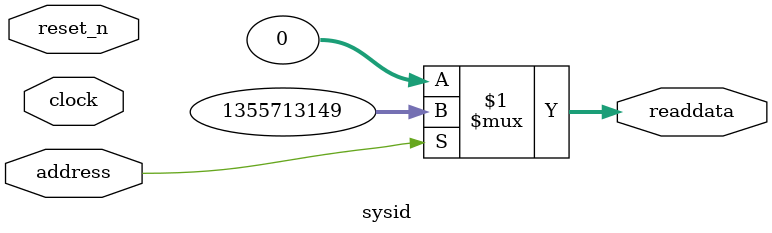
<source format=v>

`timescale 1ns / 1ps
// synthesis translate_on

// turn off superfluous verilog processor warnings 
// altera message_level Level1 
// altera message_off 10034 10035 10036 10037 10230 10240 10030 

module sysid (
               // inputs:
                address,
                clock,
                reset_n,

               // outputs:
                readdata
             )
;

  output  [ 31: 0] readdata;
  input            address;
  input            clock;
  input            reset_n;

  wire    [ 31: 0] readdata;
  //control_slave, which is an e_avalon_slave
  assign readdata = address ? 1355713149 : 0;

endmodule


</source>
